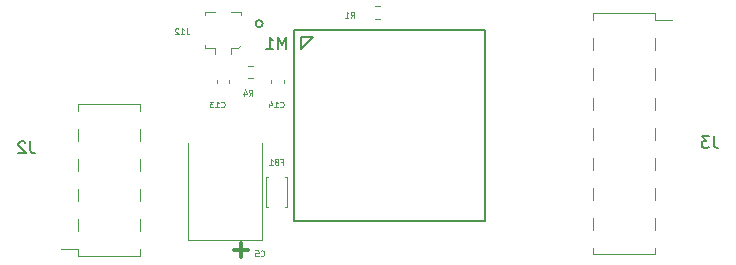
<source format=gbr>
%TF.GenerationSoftware,KiCad,Pcbnew,8.0.5*%
%TF.CreationDate,2024-09-13T15:02:39+03:00*%
%TF.ProjectId,LEXI-R422,4c455849-2d52-4343-9232-2e6b69636164,rev?*%
%TF.SameCoordinates,Original*%
%TF.FileFunction,Legend,Bot*%
%TF.FilePolarity,Positive*%
%FSLAX46Y46*%
G04 Gerber Fmt 4.6, Leading zero omitted, Abs format (unit mm)*
G04 Created by KiCad (PCBNEW 8.0.5) date 2024-09-13 15:02:39*
%MOMM*%
%LPD*%
G01*
G04 APERTURE LIST*
%ADD10C,0.200000*%
%ADD11C,0.300000*%
%ADD12C,0.100000*%
%ADD13C,0.150000*%
%ADD14C,0.120000*%
G04 APERTURE END LIST*
D10*
X33253847Y20269200D02*
G75*
G02*
X32633753Y20269200I-310047J0D01*
G01*
X32633753Y20269200D02*
G75*
G02*
X33253847Y20269200I310047J0D01*
G01*
D11*
X30828571Y1093100D02*
X31971429Y1093100D01*
X31400000Y521671D02*
X31400000Y1664528D01*
D12*
X33083333Y621509D02*
X33107142Y597700D01*
X33107142Y597700D02*
X33178571Y573890D01*
X33178571Y573890D02*
X33226190Y573890D01*
X33226190Y573890D02*
X33297618Y597700D01*
X33297618Y597700D02*
X33345237Y645319D01*
X33345237Y645319D02*
X33369047Y692938D01*
X33369047Y692938D02*
X33392856Y788176D01*
X33392856Y788176D02*
X33392856Y859604D01*
X33392856Y859604D02*
X33369047Y954842D01*
X33369047Y954842D02*
X33345237Y1002461D01*
X33345237Y1002461D02*
X33297618Y1050080D01*
X33297618Y1050080D02*
X33226190Y1073890D01*
X33226190Y1073890D02*
X33178571Y1073890D01*
X33178571Y1073890D02*
X33107142Y1050080D01*
X33107142Y1050080D02*
X33083333Y1026271D01*
X32630952Y1073890D02*
X32869047Y1073890D01*
X32869047Y1073890D02*
X32892856Y835795D01*
X32892856Y835795D02*
X32869047Y859604D01*
X32869047Y859604D02*
X32821428Y883414D01*
X32821428Y883414D02*
X32702380Y883414D01*
X32702380Y883414D02*
X32654761Y859604D01*
X32654761Y859604D02*
X32630952Y835795D01*
X32630952Y835795D02*
X32607142Y788176D01*
X32607142Y788176D02*
X32607142Y669128D01*
X32607142Y669128D02*
X32630952Y621509D01*
X32630952Y621509D02*
X32654761Y597700D01*
X32654761Y597700D02*
X32702380Y573890D01*
X32702380Y573890D02*
X32821428Y573890D01*
X32821428Y573890D02*
X32869047Y597700D01*
X32869047Y597700D02*
X32892856Y621509D01*
X26804761Y19873890D02*
X26804761Y19516747D01*
X26804761Y19516747D02*
X26828570Y19445319D01*
X26828570Y19445319D02*
X26876189Y19397700D01*
X26876189Y19397700D02*
X26947618Y19373890D01*
X26947618Y19373890D02*
X26995237Y19373890D01*
X26304761Y19373890D02*
X26590475Y19373890D01*
X26447618Y19373890D02*
X26447618Y19873890D01*
X26447618Y19873890D02*
X26495237Y19802461D01*
X26495237Y19802461D02*
X26542856Y19754842D01*
X26542856Y19754842D02*
X26590475Y19731033D01*
X26114285Y19826271D02*
X26090476Y19850080D01*
X26090476Y19850080D02*
X26042857Y19873890D01*
X26042857Y19873890D02*
X25923809Y19873890D01*
X25923809Y19873890D02*
X25876190Y19850080D01*
X25876190Y19850080D02*
X25852381Y19826271D01*
X25852381Y19826271D02*
X25828571Y19778652D01*
X25828571Y19778652D02*
X25828571Y19731033D01*
X25828571Y19731033D02*
X25852381Y19659604D01*
X25852381Y19659604D02*
X26138095Y19373890D01*
X26138095Y19373890D02*
X25828571Y19373890D01*
D13*
X71427933Y10755980D02*
X71427933Y10041695D01*
X71427933Y10041695D02*
X71475552Y9898838D01*
X71475552Y9898838D02*
X71570790Y9803600D01*
X71570790Y9803600D02*
X71713647Y9755980D01*
X71713647Y9755980D02*
X71808885Y9755980D01*
X71046980Y10755980D02*
X70427933Y10755980D01*
X70427933Y10755980D02*
X70761266Y10375028D01*
X70761266Y10375028D02*
X70618409Y10375028D01*
X70618409Y10375028D02*
X70523171Y10327409D01*
X70523171Y10327409D02*
X70475552Y10279790D01*
X70475552Y10279790D02*
X70427933Y10184552D01*
X70427933Y10184552D02*
X70427933Y9946457D01*
X70427933Y9946457D02*
X70475552Y9851219D01*
X70475552Y9851219D02*
X70523171Y9803600D01*
X70523171Y9803600D02*
X70618409Y9755980D01*
X70618409Y9755980D02*
X70904123Y9755980D01*
X70904123Y9755980D02*
X70999361Y9803600D01*
X70999361Y9803600D02*
X71046980Y9851219D01*
X35209523Y18145180D02*
X35209523Y19145180D01*
X35209523Y19145180D02*
X34876190Y18430895D01*
X34876190Y18430895D02*
X34542857Y19145180D01*
X34542857Y19145180D02*
X34542857Y18145180D01*
X33542857Y18145180D02*
X34114285Y18145180D01*
X33828571Y18145180D02*
X33828571Y19145180D01*
X33828571Y19145180D02*
X33923809Y19002323D01*
X33923809Y19002323D02*
X34019047Y18907085D01*
X34019047Y18907085D02*
X34114285Y18859466D01*
D12*
X32083333Y14173890D02*
X32249999Y14411985D01*
X32369047Y14173890D02*
X32369047Y14673890D01*
X32369047Y14673890D02*
X32178571Y14673890D01*
X32178571Y14673890D02*
X32130952Y14650080D01*
X32130952Y14650080D02*
X32107142Y14626271D01*
X32107142Y14626271D02*
X32083333Y14578652D01*
X32083333Y14578652D02*
X32083333Y14507223D01*
X32083333Y14507223D02*
X32107142Y14459604D01*
X32107142Y14459604D02*
X32130952Y14435795D01*
X32130952Y14435795D02*
X32178571Y14411985D01*
X32178571Y14411985D02*
X32369047Y14411985D01*
X31654761Y14507223D02*
X31654761Y14173890D01*
X31773809Y14697700D02*
X31892856Y14340557D01*
X31892856Y14340557D02*
X31583333Y14340557D01*
X40683333Y20773890D02*
X40849999Y21011985D01*
X40969047Y20773890D02*
X40969047Y21273890D01*
X40969047Y21273890D02*
X40778571Y21273890D01*
X40778571Y21273890D02*
X40730952Y21250080D01*
X40730952Y21250080D02*
X40707142Y21226271D01*
X40707142Y21226271D02*
X40683333Y21178652D01*
X40683333Y21178652D02*
X40683333Y21107223D01*
X40683333Y21107223D02*
X40707142Y21059604D01*
X40707142Y21059604D02*
X40730952Y21035795D01*
X40730952Y21035795D02*
X40778571Y21011985D01*
X40778571Y21011985D02*
X40969047Y21011985D01*
X40207142Y20773890D02*
X40492856Y20773890D01*
X40349999Y20773890D02*
X40349999Y21273890D01*
X40349999Y21273890D02*
X40397618Y21202461D01*
X40397618Y21202461D02*
X40445237Y21154842D01*
X40445237Y21154842D02*
X40492856Y21131033D01*
X34816665Y8585795D02*
X34983332Y8585795D01*
X34983332Y8323890D02*
X34983332Y8823890D01*
X34983332Y8823890D02*
X34745237Y8823890D01*
X34388094Y8585795D02*
X34316666Y8561985D01*
X34316666Y8561985D02*
X34292856Y8538176D01*
X34292856Y8538176D02*
X34269047Y8490557D01*
X34269047Y8490557D02*
X34269047Y8419128D01*
X34269047Y8419128D02*
X34292856Y8371509D01*
X34292856Y8371509D02*
X34316666Y8347700D01*
X34316666Y8347700D02*
X34364285Y8323890D01*
X34364285Y8323890D02*
X34554761Y8323890D01*
X34554761Y8323890D02*
X34554761Y8823890D01*
X34554761Y8823890D02*
X34388094Y8823890D01*
X34388094Y8823890D02*
X34340475Y8800080D01*
X34340475Y8800080D02*
X34316666Y8776271D01*
X34316666Y8776271D02*
X34292856Y8728652D01*
X34292856Y8728652D02*
X34292856Y8681033D01*
X34292856Y8681033D02*
X34316666Y8633414D01*
X34316666Y8633414D02*
X34340475Y8609604D01*
X34340475Y8609604D02*
X34388094Y8585795D01*
X34388094Y8585795D02*
X34554761Y8585795D01*
X33792856Y8323890D02*
X34078570Y8323890D01*
X33935713Y8323890D02*
X33935713Y8823890D01*
X33935713Y8823890D02*
X33983332Y8752461D01*
X33983332Y8752461D02*
X34030951Y8704842D01*
X34030951Y8704842D02*
X34078570Y8681033D01*
D13*
X13566733Y10298780D02*
X13566733Y9584495D01*
X13566733Y9584495D02*
X13614352Y9441638D01*
X13614352Y9441638D02*
X13709590Y9346400D01*
X13709590Y9346400D02*
X13852447Y9298780D01*
X13852447Y9298780D02*
X13947685Y9298780D01*
X13138161Y10203542D02*
X13090542Y10251161D01*
X13090542Y10251161D02*
X12995304Y10298780D01*
X12995304Y10298780D02*
X12757209Y10298780D01*
X12757209Y10298780D02*
X12661971Y10251161D01*
X12661971Y10251161D02*
X12614352Y10203542D01*
X12614352Y10203542D02*
X12566733Y10108304D01*
X12566733Y10108304D02*
X12566733Y10013066D01*
X12566733Y10013066D02*
X12614352Y9870209D01*
X12614352Y9870209D02*
X13185780Y9298780D01*
X13185780Y9298780D02*
X12566733Y9298780D01*
D12*
X29721428Y13221509D02*
X29745237Y13197700D01*
X29745237Y13197700D02*
X29816666Y13173890D01*
X29816666Y13173890D02*
X29864285Y13173890D01*
X29864285Y13173890D02*
X29935713Y13197700D01*
X29935713Y13197700D02*
X29983332Y13245319D01*
X29983332Y13245319D02*
X30007142Y13292938D01*
X30007142Y13292938D02*
X30030951Y13388176D01*
X30030951Y13388176D02*
X30030951Y13459604D01*
X30030951Y13459604D02*
X30007142Y13554842D01*
X30007142Y13554842D02*
X29983332Y13602461D01*
X29983332Y13602461D02*
X29935713Y13650080D01*
X29935713Y13650080D02*
X29864285Y13673890D01*
X29864285Y13673890D02*
X29816666Y13673890D01*
X29816666Y13673890D02*
X29745237Y13650080D01*
X29745237Y13650080D02*
X29721428Y13626271D01*
X29245237Y13173890D02*
X29530951Y13173890D01*
X29388094Y13173890D02*
X29388094Y13673890D01*
X29388094Y13673890D02*
X29435713Y13602461D01*
X29435713Y13602461D02*
X29483332Y13554842D01*
X29483332Y13554842D02*
X29530951Y13531033D01*
X29078571Y13673890D02*
X28769047Y13673890D01*
X28769047Y13673890D02*
X28935714Y13483414D01*
X28935714Y13483414D02*
X28864285Y13483414D01*
X28864285Y13483414D02*
X28816666Y13459604D01*
X28816666Y13459604D02*
X28792857Y13435795D01*
X28792857Y13435795D02*
X28769047Y13388176D01*
X28769047Y13388176D02*
X28769047Y13269128D01*
X28769047Y13269128D02*
X28792857Y13221509D01*
X28792857Y13221509D02*
X28816666Y13197700D01*
X28816666Y13197700D02*
X28864285Y13173890D01*
X28864285Y13173890D02*
X29007142Y13173890D01*
X29007142Y13173890D02*
X29054761Y13197700D01*
X29054761Y13197700D02*
X29078571Y13221509D01*
X34721428Y13221509D02*
X34745237Y13197700D01*
X34745237Y13197700D02*
X34816666Y13173890D01*
X34816666Y13173890D02*
X34864285Y13173890D01*
X34864285Y13173890D02*
X34935713Y13197700D01*
X34935713Y13197700D02*
X34983332Y13245319D01*
X34983332Y13245319D02*
X35007142Y13292938D01*
X35007142Y13292938D02*
X35030951Y13388176D01*
X35030951Y13388176D02*
X35030951Y13459604D01*
X35030951Y13459604D02*
X35007142Y13554842D01*
X35007142Y13554842D02*
X34983332Y13602461D01*
X34983332Y13602461D02*
X34935713Y13650080D01*
X34935713Y13650080D02*
X34864285Y13673890D01*
X34864285Y13673890D02*
X34816666Y13673890D01*
X34816666Y13673890D02*
X34745237Y13650080D01*
X34745237Y13650080D02*
X34721428Y13626271D01*
X34245237Y13173890D02*
X34530951Y13173890D01*
X34388094Y13173890D02*
X34388094Y13673890D01*
X34388094Y13673890D02*
X34435713Y13602461D01*
X34435713Y13602461D02*
X34483332Y13554842D01*
X34483332Y13554842D02*
X34530951Y13531033D01*
X33816666Y13507223D02*
X33816666Y13173890D01*
X33935714Y13697700D02*
X34054761Y13340557D01*
X34054761Y13340557D02*
X33745238Y13340557D01*
D14*
%TO.C,C5*%
X26900000Y10130000D02*
X26900000Y1945000D01*
X26900000Y1945000D02*
X33220000Y1945000D01*
X33220000Y1945000D02*
X33220000Y10130000D01*
%TO.C,J12*%
X28375000Y21235800D02*
X28375000Y21035800D01*
X28375000Y18435800D02*
X28375000Y18235800D01*
X28375000Y18235800D02*
X29175000Y18235800D01*
X29175000Y21235800D02*
X28375000Y21235800D01*
X29175000Y18235800D02*
X29175000Y17735800D01*
X30575000Y18235800D02*
X30575000Y17735800D01*
X30575000Y18235800D02*
X31175000Y18235800D01*
X31175000Y18235800D02*
X31375000Y18435800D01*
X31375000Y21235800D02*
X30575000Y21235800D01*
X31375000Y21035800D02*
X31375000Y21235800D01*
%TO.C,J3*%
X61225000Y21170000D02*
X61225000Y20600000D01*
X61225000Y19080000D02*
X61225000Y18060000D01*
X61225000Y16540000D02*
X61225000Y15520000D01*
X61225000Y14000000D02*
X61225000Y12980000D01*
X61225000Y11460000D02*
X61225000Y10440000D01*
X61225000Y8920000D02*
X61225000Y7900000D01*
X61225000Y6380000D02*
X61225000Y5360000D01*
X61225000Y3840000D02*
X61225000Y2820000D01*
X61225000Y1300000D02*
X61225000Y730000D01*
X66425000Y21170000D02*
X61225000Y21170000D01*
X66425000Y21170000D02*
X66425000Y20600000D01*
X66425000Y19080000D02*
X66425000Y18060000D01*
X66425000Y16540000D02*
X66425000Y15520000D01*
X66425000Y14000000D02*
X66425000Y12980000D01*
X66425000Y11460000D02*
X66425000Y10440000D01*
X66425000Y8920000D02*
X66425000Y7900000D01*
X66425000Y6380000D02*
X66425000Y5360000D01*
X66425000Y3840000D02*
X66425000Y2820000D01*
X66425000Y1300000D02*
X66425000Y730000D01*
X66425000Y730000D02*
X61225000Y730000D01*
X67865000Y20600000D02*
X66425000Y20600000D01*
D13*
%TO.C,M1*%
X35900000Y19750000D02*
X52100000Y19750000D01*
X35900000Y3550000D02*
X35900000Y19750000D01*
X35900000Y3550000D02*
X52100000Y3550000D01*
X36500000Y19150000D02*
X37500000Y19150000D01*
X36500000Y18150000D02*
X36500000Y19150000D01*
X36500000Y18150000D02*
X37500000Y19150000D01*
X52100000Y3550000D02*
X52100000Y19750000D01*
D14*
%TO.C,R4*%
X32462258Y16672500D02*
X31987742Y16672500D01*
X32462258Y15627500D02*
X31987742Y15627500D01*
%TO.C,R1*%
X43212258Y21722500D02*
X42737742Y21722500D01*
X43212258Y20677500D02*
X42737742Y20677500D01*
%TO.C,FB1*%
X33515000Y4740000D02*
X33515000Y7260000D01*
X33665000Y7260000D02*
X33515000Y7260000D01*
X33665000Y4740000D02*
X33515000Y4740000D01*
X35135000Y7260000D02*
X35285000Y7260000D01*
X35135000Y4740000D02*
X35285000Y4740000D01*
X35285000Y4740000D02*
X35285000Y7260000D01*
%TO.C,J2*%
X16185000Y1210000D02*
X17625000Y1210000D01*
X17625000Y13460000D02*
X22825000Y13460000D01*
X17625000Y12890000D02*
X17625000Y13460000D01*
X17625000Y10350000D02*
X17625000Y11370000D01*
X17625000Y7810000D02*
X17625000Y8830000D01*
X17625000Y5270000D02*
X17625000Y6290000D01*
X17625000Y2730000D02*
X17625000Y3750000D01*
X17625000Y640000D02*
X17625000Y1210000D01*
X17625000Y640000D02*
X22825000Y640000D01*
X22825000Y12890000D02*
X22825000Y13460000D01*
X22825000Y10350000D02*
X22825000Y11370000D01*
X22825000Y7810000D02*
X22825000Y8830000D01*
X22825000Y5270000D02*
X22825000Y6290000D01*
X22825000Y2730000D02*
X22825000Y3750000D01*
X22825000Y640000D02*
X22825000Y1210000D01*
%TO.C,C13*%
X29365000Y15234420D02*
X29365000Y15515580D01*
X30385000Y15234420D02*
X30385000Y15515580D01*
%TO.C,C14*%
X33990000Y15234420D02*
X33990000Y15515580D01*
X35010000Y15234420D02*
X35010000Y15515580D01*
%TD*%
M02*

</source>
